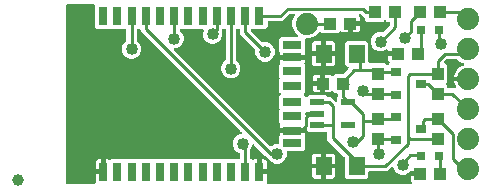
<source format=gbr>
G04 EAGLE Gerber RS-274X export*
G75*
%MOMM*%
%FSLAX34Y34*%
%LPD*%
%INTop Copper*%
%IPPOS*%
%AMOC8*
5,1,8,0,0,1.08239X$1,22.5*%
G01*
%ADD10R,1.100000X1.000000*%
%ADD11R,1.200000X0.550000*%
%ADD12R,0.900000X0.800000*%
%ADD13R,1.000000X1.100000*%
%ADD14R,1.400000X1.600000*%
%ADD15R,0.800000X0.800000*%
%ADD16C,1.879600*%
%ADD17R,0.800000X1.600000*%
%ADD18R,1.600000X0.800000*%
%ADD19C,1.000000*%
%ADD20C,0.254000*%
%ADD21C,1.016000*%

G36*
X90641Y4072D02*
X90641Y4072D01*
X90690Y4069D01*
X90781Y4091D01*
X90874Y4105D01*
X90919Y4124D01*
X90966Y4136D01*
X91048Y4182D01*
X91134Y4221D01*
X91171Y4252D01*
X91213Y4276D01*
X91279Y4344D01*
X91351Y4404D01*
X91378Y4445D01*
X91412Y4480D01*
X91456Y4563D01*
X91508Y4641D01*
X91523Y4688D01*
X91546Y4731D01*
X91566Y4822D01*
X91594Y4912D01*
X91595Y4961D01*
X91605Y5009D01*
X91598Y5083D01*
X91601Y5196D01*
X91579Y5280D01*
X91573Y5343D01*
X91449Y5805D01*
X91449Y12141D01*
X97006Y12141D01*
X97064Y12149D01*
X97122Y12147D01*
X97204Y12169D01*
X97287Y12181D01*
X97341Y12204D01*
X97397Y12219D01*
X97470Y12262D01*
X97547Y12297D01*
X97591Y12335D01*
X97642Y12364D01*
X97699Y12426D01*
X97764Y12480D01*
X97796Y12529D01*
X97836Y12572D01*
X97875Y12647D01*
X97921Y12717D01*
X97939Y12773D01*
X97966Y12825D01*
X97977Y12893D01*
X98007Y12988D01*
X98010Y13088D01*
X98021Y13156D01*
X98021Y14109D01*
X98974Y14109D01*
X99032Y14117D01*
X99090Y14116D01*
X99172Y14137D01*
X99256Y14149D01*
X99309Y14173D01*
X99365Y14187D01*
X99438Y14231D01*
X99515Y14265D01*
X99560Y14303D01*
X99610Y14333D01*
X99668Y14394D01*
X99732Y14449D01*
X99764Y14497D01*
X99804Y14540D01*
X99843Y14615D01*
X99890Y14685D01*
X99907Y14741D01*
X99934Y14793D01*
X99945Y14861D01*
X99975Y14956D01*
X99978Y15056D01*
X99989Y15124D01*
X99989Y24681D01*
X102324Y24681D01*
X102971Y24508D01*
X102978Y24504D01*
X103041Y24478D01*
X103100Y24444D01*
X103129Y24436D01*
X103150Y24425D01*
X103187Y24419D01*
X103241Y24397D01*
X103309Y24390D01*
X103375Y24373D01*
X103446Y24376D01*
X103481Y24370D01*
X103488Y24370D01*
X103497Y24371D01*
X103524Y24368D01*
X103591Y24380D01*
X103659Y24382D01*
X103723Y24403D01*
X103769Y24410D01*
X103780Y24414D01*
X103804Y24419D01*
X103865Y24449D01*
X103930Y24470D01*
X103974Y24501D01*
X104029Y24526D01*
X104040Y24536D01*
X104059Y24545D01*
X104143Y24622D01*
X104203Y24665D01*
X104727Y25189D01*
X115253Y25189D01*
X115272Y25169D01*
X115319Y25134D01*
X115359Y25092D01*
X115432Y25049D01*
X115499Y24999D01*
X115554Y24978D01*
X115604Y24948D01*
X115686Y24927D01*
X115765Y24897D01*
X115823Y24892D01*
X115880Y24878D01*
X115964Y24881D01*
X116048Y24874D01*
X116106Y24885D01*
X116164Y24887D01*
X116244Y24913D01*
X116327Y24930D01*
X116379Y24957D01*
X116435Y24975D01*
X116491Y25015D01*
X116579Y25061D01*
X116652Y25129D01*
X116708Y25169D01*
X116727Y25189D01*
X127253Y25189D01*
X127272Y25169D01*
X127319Y25134D01*
X127359Y25092D01*
X127432Y25049D01*
X127499Y24999D01*
X127554Y24978D01*
X127604Y24948D01*
X127686Y24927D01*
X127765Y24897D01*
X127823Y24892D01*
X127880Y24878D01*
X127964Y24881D01*
X128048Y24874D01*
X128106Y24885D01*
X128164Y24887D01*
X128244Y24913D01*
X128327Y24930D01*
X128379Y24957D01*
X128435Y24975D01*
X128491Y25015D01*
X128579Y25061D01*
X128652Y25129D01*
X128708Y25169D01*
X128727Y25189D01*
X139253Y25189D01*
X139272Y25169D01*
X139319Y25134D01*
X139359Y25092D01*
X139432Y25049D01*
X139499Y24999D01*
X139554Y24978D01*
X139604Y24948D01*
X139686Y24927D01*
X139765Y24897D01*
X139823Y24892D01*
X139880Y24878D01*
X139964Y24881D01*
X140048Y24874D01*
X140106Y24885D01*
X140164Y24887D01*
X140244Y24913D01*
X140327Y24930D01*
X140379Y24957D01*
X140435Y24975D01*
X140491Y25015D01*
X140579Y25061D01*
X140652Y25129D01*
X140708Y25169D01*
X140727Y25189D01*
X151253Y25189D01*
X151272Y25169D01*
X151319Y25134D01*
X151359Y25092D01*
X151432Y25049D01*
X151499Y24999D01*
X151554Y24978D01*
X151604Y24948D01*
X151686Y24927D01*
X151765Y24897D01*
X151823Y24892D01*
X151880Y24878D01*
X151964Y24881D01*
X152048Y24874D01*
X152106Y24885D01*
X152164Y24887D01*
X152244Y24913D01*
X152327Y24930D01*
X152379Y24957D01*
X152435Y24975D01*
X152491Y25015D01*
X152579Y25061D01*
X152652Y25129D01*
X152708Y25169D01*
X152727Y25189D01*
X163253Y25189D01*
X163272Y25169D01*
X163319Y25134D01*
X163359Y25092D01*
X163432Y25049D01*
X163499Y24999D01*
X163554Y24978D01*
X163604Y24948D01*
X163686Y24927D01*
X163765Y24897D01*
X163823Y24892D01*
X163880Y24878D01*
X163964Y24881D01*
X164048Y24874D01*
X164106Y24885D01*
X164164Y24887D01*
X164244Y24913D01*
X164327Y24930D01*
X164379Y24957D01*
X164435Y24975D01*
X164491Y25015D01*
X164579Y25061D01*
X164652Y25129D01*
X164708Y25169D01*
X164727Y25189D01*
X175253Y25189D01*
X175272Y25169D01*
X175319Y25134D01*
X175359Y25092D01*
X175432Y25049D01*
X175499Y24999D01*
X175554Y24978D01*
X175604Y24948D01*
X175686Y24927D01*
X175765Y24897D01*
X175823Y24892D01*
X175880Y24878D01*
X175964Y24881D01*
X176048Y24874D01*
X176106Y24885D01*
X176164Y24887D01*
X176244Y24913D01*
X176327Y24930D01*
X176379Y24957D01*
X176435Y24975D01*
X176491Y25015D01*
X176579Y25061D01*
X176652Y25129D01*
X176708Y25169D01*
X176727Y25189D01*
X187253Y25189D01*
X187272Y25169D01*
X187319Y25134D01*
X187359Y25092D01*
X187432Y25049D01*
X187499Y24999D01*
X187554Y24978D01*
X187604Y24948D01*
X187686Y24927D01*
X187765Y24897D01*
X187823Y24892D01*
X187880Y24878D01*
X187964Y24881D01*
X188048Y24874D01*
X188106Y24885D01*
X188164Y24887D01*
X188244Y24913D01*
X188327Y24930D01*
X188379Y24957D01*
X188435Y24975D01*
X188491Y25015D01*
X188579Y25061D01*
X188652Y25129D01*
X188708Y25169D01*
X188727Y25189D01*
X199253Y25189D01*
X199272Y25169D01*
X199319Y25134D01*
X199359Y25092D01*
X199432Y25049D01*
X199499Y24999D01*
X199554Y24978D01*
X199604Y24948D01*
X199686Y24927D01*
X199765Y24897D01*
X199823Y24892D01*
X199880Y24878D01*
X199964Y24881D01*
X200048Y24874D01*
X200106Y24885D01*
X200164Y24887D01*
X200244Y24913D01*
X200327Y24930D01*
X200379Y24957D01*
X200435Y24975D01*
X200491Y25015D01*
X200579Y25061D01*
X200652Y25129D01*
X200708Y25169D01*
X200727Y25189D01*
X211253Y25189D01*
X211272Y25169D01*
X211319Y25134D01*
X211359Y25092D01*
X211432Y25049D01*
X211499Y24999D01*
X211554Y24978D01*
X211604Y24948D01*
X211686Y24927D01*
X211765Y24897D01*
X211823Y24892D01*
X211880Y24878D01*
X211964Y24881D01*
X212048Y24874D01*
X212106Y24885D01*
X212164Y24887D01*
X212244Y24913D01*
X212327Y24930D01*
X212379Y24957D01*
X212435Y24975D01*
X212491Y25015D01*
X212579Y25061D01*
X212652Y25129D01*
X212708Y25169D01*
X212735Y25196D01*
X212772Y25195D01*
X212854Y25217D01*
X212938Y25229D01*
X212991Y25252D01*
X213047Y25267D01*
X213120Y25310D01*
X213197Y25345D01*
X213242Y25383D01*
X213292Y25412D01*
X213350Y25474D01*
X213414Y25528D01*
X213446Y25577D01*
X213486Y25620D01*
X213525Y25695D01*
X213572Y25765D01*
X213589Y25821D01*
X213616Y25873D01*
X213627Y25941D01*
X213657Y26036D01*
X213660Y26136D01*
X213671Y26204D01*
X213671Y29546D01*
X213671Y29548D01*
X213671Y29549D01*
X213651Y29689D01*
X213631Y29828D01*
X213631Y29829D01*
X213631Y29831D01*
X213574Y29957D01*
X213515Y30087D01*
X213514Y30088D01*
X213513Y30090D01*
X213423Y30197D01*
X213332Y30304D01*
X213330Y30305D01*
X213329Y30306D01*
X213316Y30315D01*
X213095Y30462D01*
X213066Y30471D01*
X213045Y30484D01*
X211295Y31209D01*
X209009Y33495D01*
X207771Y36483D01*
X207771Y39717D01*
X209009Y42705D01*
X211295Y44991D01*
X214302Y46237D01*
X214382Y46253D01*
X214494Y46269D01*
X214521Y46281D01*
X214550Y46286D01*
X214650Y46338D01*
X214754Y46385D01*
X214776Y46404D01*
X214802Y46417D01*
X214884Y46495D01*
X214971Y46568D01*
X214987Y46593D01*
X215008Y46613D01*
X215065Y46711D01*
X215128Y46805D01*
X215137Y46833D01*
X215152Y46858D01*
X215180Y46968D01*
X215214Y47076D01*
X215215Y47106D01*
X215222Y47134D01*
X215218Y47247D01*
X215221Y47360D01*
X215214Y47389D01*
X215213Y47418D01*
X215178Y47526D01*
X215149Y47635D01*
X215134Y47661D01*
X215125Y47689D01*
X215080Y47752D01*
X215004Y47880D01*
X214958Y47923D01*
X214931Y47962D01*
X129681Y133211D01*
X129681Y134076D01*
X129674Y134125D01*
X129675Y134133D01*
X129673Y134138D01*
X129675Y134192D01*
X129653Y134274D01*
X129641Y134358D01*
X129618Y134411D01*
X129603Y134467D01*
X129560Y134540D01*
X129525Y134617D01*
X129487Y134662D01*
X129458Y134712D01*
X129396Y134770D01*
X129342Y134834D01*
X129293Y134866D01*
X129250Y134906D01*
X129175Y134945D01*
X129105Y134992D01*
X129049Y135009D01*
X128997Y135036D01*
X128929Y135047D01*
X128834Y135077D01*
X128739Y135080D01*
X128708Y135111D01*
X128661Y135146D01*
X128621Y135188D01*
X128548Y135231D01*
X128481Y135281D01*
X128426Y135302D01*
X128376Y135332D01*
X128294Y135353D01*
X128215Y135383D01*
X128157Y135388D01*
X128100Y135402D01*
X128016Y135399D01*
X127932Y135406D01*
X127874Y135395D01*
X127816Y135393D01*
X127736Y135367D01*
X127653Y135350D01*
X127601Y135323D01*
X127545Y135305D01*
X127489Y135265D01*
X127401Y135219D01*
X127328Y135151D01*
X127272Y135111D01*
X127253Y135091D01*
X127196Y135083D01*
X127138Y135085D01*
X127056Y135063D01*
X126972Y135051D01*
X126919Y135028D01*
X126863Y135013D01*
X126790Y134970D01*
X126713Y134935D01*
X126668Y134897D01*
X126618Y134868D01*
X126560Y134806D01*
X126496Y134752D01*
X126464Y134703D01*
X126424Y134660D01*
X126385Y134585D01*
X126338Y134515D01*
X126321Y134459D01*
X126294Y134407D01*
X126283Y134339D01*
X126253Y134244D01*
X126250Y134144D01*
X126239Y134076D01*
X126239Y125708D01*
X126251Y125621D01*
X126254Y125534D01*
X126271Y125481D01*
X126279Y125426D01*
X126314Y125346D01*
X126341Y125263D01*
X126369Y125224D01*
X126395Y125167D01*
X126491Y125053D01*
X126536Y124990D01*
X128811Y122715D01*
X130049Y119727D01*
X130049Y116493D01*
X128811Y113505D01*
X126525Y111219D01*
X123537Y109981D01*
X120303Y109981D01*
X117315Y111219D01*
X115029Y113505D01*
X113791Y116493D01*
X113791Y119727D01*
X115029Y122715D01*
X117304Y124990D01*
X117356Y125059D01*
X117416Y125123D01*
X117442Y125173D01*
X117475Y125217D01*
X117506Y125299D01*
X117546Y125377D01*
X117554Y125424D01*
X117576Y125483D01*
X117588Y125630D01*
X117601Y125708D01*
X117601Y134076D01*
X117594Y134125D01*
X117595Y134133D01*
X117593Y134138D01*
X117595Y134192D01*
X117573Y134274D01*
X117561Y134358D01*
X117538Y134411D01*
X117523Y134467D01*
X117480Y134540D01*
X117445Y134617D01*
X117407Y134662D01*
X117378Y134712D01*
X117316Y134770D01*
X117262Y134834D01*
X117213Y134866D01*
X117170Y134906D01*
X117095Y134945D01*
X117025Y134992D01*
X116969Y135009D01*
X116917Y135036D01*
X116849Y135047D01*
X116754Y135077D01*
X116741Y135078D01*
X116708Y135111D01*
X116661Y135146D01*
X116621Y135188D01*
X116548Y135231D01*
X116481Y135281D01*
X116426Y135302D01*
X116376Y135332D01*
X116294Y135353D01*
X116215Y135383D01*
X116157Y135388D01*
X116100Y135402D01*
X116016Y135399D01*
X115932Y135406D01*
X115874Y135395D01*
X115816Y135393D01*
X115736Y135367D01*
X115653Y135350D01*
X115601Y135323D01*
X115545Y135305D01*
X115489Y135265D01*
X115401Y135219D01*
X115328Y135151D01*
X115272Y135111D01*
X115253Y135091D01*
X104727Y135091D01*
X104708Y135111D01*
X104661Y135146D01*
X104621Y135188D01*
X104548Y135231D01*
X104481Y135281D01*
X104426Y135302D01*
X104376Y135332D01*
X104294Y135353D01*
X104215Y135383D01*
X104157Y135388D01*
X104100Y135402D01*
X104016Y135399D01*
X103932Y135406D01*
X103874Y135395D01*
X103816Y135393D01*
X103736Y135367D01*
X103653Y135350D01*
X103601Y135323D01*
X103545Y135305D01*
X103489Y135265D01*
X103401Y135219D01*
X103328Y135151D01*
X103272Y135111D01*
X103253Y135091D01*
X92727Y135091D01*
X90941Y136877D01*
X90941Y154940D01*
X90933Y154998D01*
X90935Y155056D01*
X90913Y155138D01*
X90901Y155222D01*
X90878Y155275D01*
X90863Y155331D01*
X90820Y155404D01*
X90785Y155481D01*
X90747Y155526D01*
X90718Y155576D01*
X90656Y155634D01*
X90602Y155698D01*
X90553Y155730D01*
X90510Y155770D01*
X90435Y155809D01*
X90365Y155856D01*
X90309Y155873D01*
X90257Y155900D01*
X90189Y155911D01*
X90094Y155941D01*
X89994Y155944D01*
X89926Y155955D01*
X67310Y155955D01*
X67252Y155947D01*
X67194Y155949D01*
X67112Y155927D01*
X67029Y155915D01*
X66975Y155892D01*
X66919Y155877D01*
X66846Y155834D01*
X66769Y155799D01*
X66724Y155761D01*
X66674Y155732D01*
X66616Y155670D01*
X66552Y155616D01*
X66520Y155567D01*
X66480Y155524D01*
X66441Y155449D01*
X66395Y155379D01*
X66377Y155323D01*
X66350Y155271D01*
X66339Y155203D01*
X66309Y155108D01*
X66306Y155008D01*
X66295Y154940D01*
X66295Y5080D01*
X66303Y5022D01*
X66301Y4964D01*
X66323Y4882D01*
X66335Y4798D01*
X66359Y4745D01*
X66373Y4689D01*
X66416Y4616D01*
X66451Y4539D01*
X66489Y4494D01*
X66519Y4444D01*
X66580Y4386D01*
X66635Y4322D01*
X66683Y4290D01*
X66726Y4250D01*
X66801Y4211D01*
X66871Y4164D01*
X66927Y4147D01*
X66979Y4120D01*
X67047Y4109D01*
X67142Y4079D01*
X67242Y4076D01*
X67310Y4065D01*
X90593Y4065D01*
X90641Y4072D01*
G37*
G36*
X358270Y4069D02*
X358270Y4069D01*
X358299Y4066D01*
X358410Y4089D01*
X358523Y4105D01*
X358549Y4117D01*
X358578Y4122D01*
X358679Y4174D01*
X358782Y4221D01*
X358804Y4240D01*
X358830Y4253D01*
X358913Y4331D01*
X358999Y4404D01*
X359015Y4429D01*
X359037Y4449D01*
X359094Y4547D01*
X359157Y4641D01*
X359165Y4669D01*
X359180Y4694D01*
X359208Y4804D01*
X359242Y4912D01*
X359243Y4941D01*
X359250Y4970D01*
X359247Y5083D01*
X359250Y5196D01*
X359242Y5225D01*
X359241Y5254D01*
X359206Y5362D01*
X359178Y5471D01*
X359163Y5497D01*
X359154Y5525D01*
X359108Y5589D01*
X359033Y5716D01*
X358987Y5759D01*
X358959Y5798D01*
X358617Y6140D01*
X358282Y6719D01*
X358109Y7366D01*
X358109Y10669D01*
X365134Y10669D01*
X365192Y10677D01*
X365250Y10675D01*
X365332Y10697D01*
X365415Y10709D01*
X365469Y10733D01*
X365525Y10747D01*
X365598Y10790D01*
X365675Y10825D01*
X365719Y10863D01*
X365770Y10893D01*
X365827Y10954D01*
X365892Y11009D01*
X365924Y11057D01*
X365964Y11100D01*
X366003Y11175D01*
X366049Y11245D01*
X366067Y11301D01*
X366094Y11353D01*
X366105Y11421D01*
X366135Y11516D01*
X366138Y11616D01*
X366149Y11684D01*
X366149Y13716D01*
X366141Y13774D01*
X366142Y13832D01*
X366121Y13914D01*
X366109Y13997D01*
X366085Y14051D01*
X366071Y14107D01*
X366028Y14180D01*
X365993Y14257D01*
X365955Y14301D01*
X365925Y14352D01*
X365864Y14409D01*
X365809Y14474D01*
X365761Y14506D01*
X365718Y14546D01*
X365643Y14585D01*
X365573Y14631D01*
X365517Y14649D01*
X365465Y14676D01*
X365397Y14687D01*
X365302Y14717D01*
X365202Y14720D01*
X365134Y14731D01*
X358577Y14731D01*
X358491Y14719D01*
X358403Y14716D01*
X358351Y14699D01*
X358296Y14691D01*
X358216Y14656D01*
X358133Y14629D01*
X358094Y14601D01*
X358037Y14575D01*
X357923Y14479D01*
X357860Y14434D01*
X356205Y12779D01*
X353217Y11541D01*
X349983Y11541D01*
X346995Y12779D01*
X344709Y15065D01*
X343522Y17930D01*
X343464Y18029D01*
X343411Y18130D01*
X343392Y18150D01*
X343378Y18174D01*
X343295Y18253D01*
X343215Y18337D01*
X343191Y18351D01*
X343171Y18370D01*
X343069Y18422D01*
X342970Y18480D01*
X342943Y18487D01*
X342918Y18500D01*
X342806Y18522D01*
X342695Y18550D01*
X342667Y18549D01*
X342640Y18555D01*
X342525Y18545D01*
X342410Y18541D01*
X342384Y18533D01*
X342356Y18530D01*
X342249Y18489D01*
X342140Y18454D01*
X342120Y18439D01*
X342091Y18428D01*
X341879Y18268D01*
X341867Y18259D01*
X341166Y17558D01*
X338339Y14731D01*
X323514Y14731D01*
X323456Y14723D01*
X323398Y14725D01*
X323316Y14703D01*
X323232Y14691D01*
X323179Y14668D01*
X323123Y14653D01*
X323050Y14610D01*
X322973Y14575D01*
X322928Y14537D01*
X322878Y14508D01*
X322820Y14446D01*
X322756Y14392D01*
X322724Y14343D01*
X322684Y14300D01*
X322645Y14225D01*
X322598Y14155D01*
X322581Y14099D01*
X322554Y14047D01*
X322543Y13979D01*
X322513Y13884D01*
X322510Y13784D01*
X322499Y13716D01*
X322499Y9787D01*
X320713Y8001D01*
X304187Y8001D01*
X302401Y9787D01*
X302401Y26351D01*
X302389Y26437D01*
X302386Y26525D01*
X302369Y26577D01*
X302361Y26632D01*
X302326Y26712D01*
X302299Y26795D01*
X302271Y26834D01*
X302245Y26891D01*
X302149Y27005D01*
X302132Y27029D01*
X302128Y27036D01*
X302125Y27038D01*
X302104Y27068D01*
X287781Y41391D01*
X287781Y47186D01*
X287773Y47244D01*
X287775Y47302D01*
X287753Y47384D01*
X287741Y47468D01*
X287718Y47521D01*
X287703Y47577D01*
X287660Y47650D01*
X287625Y47727D01*
X287587Y47772D01*
X287558Y47822D01*
X287496Y47880D01*
X287442Y47944D01*
X287393Y47976D01*
X287350Y48016D01*
X287275Y48055D01*
X287205Y48102D01*
X287149Y48119D01*
X287097Y48146D01*
X287029Y48157D01*
X286934Y48187D01*
X286834Y48190D01*
X286766Y48201D01*
X271836Y48201D01*
X270050Y49987D01*
X270050Y50124D01*
X270042Y50182D01*
X270044Y50240D01*
X270022Y50322D01*
X270010Y50406D01*
X269987Y50459D01*
X269972Y50515D01*
X269929Y50588D01*
X269894Y50665D01*
X269856Y50710D01*
X269827Y50760D01*
X269765Y50818D01*
X269711Y50882D01*
X269662Y50914D01*
X269619Y50954D01*
X269544Y50993D01*
X269474Y51040D01*
X269418Y51057D01*
X269366Y51084D01*
X269298Y51095D01*
X269203Y51125D01*
X269103Y51128D01*
X269035Y51139D01*
X258974Y51139D01*
X258916Y51131D01*
X258858Y51133D01*
X258776Y51111D01*
X258693Y51099D01*
X258639Y51076D01*
X258583Y51061D01*
X258510Y51018D01*
X258433Y50983D01*
X258389Y50945D01*
X258338Y50916D01*
X258281Y50854D01*
X258216Y50800D01*
X258184Y50751D01*
X258144Y50708D01*
X258105Y50633D01*
X258059Y50563D01*
X258041Y50507D01*
X258014Y50455D01*
X258003Y50387D01*
X257990Y50345D01*
X257981Y50406D01*
X257957Y50459D01*
X257943Y50515D01*
X257899Y50588D01*
X257865Y50665D01*
X257827Y50710D01*
X257797Y50760D01*
X257736Y50818D01*
X257681Y50882D01*
X257633Y50914D01*
X257590Y50954D01*
X257515Y50993D01*
X257445Y51040D01*
X257389Y51057D01*
X257337Y51084D01*
X257269Y51095D01*
X257174Y51125D01*
X257074Y51128D01*
X257006Y51139D01*
X247449Y51139D01*
X247449Y53474D01*
X247622Y54121D01*
X247626Y54128D01*
X247652Y54191D01*
X247686Y54250D01*
X247705Y54322D01*
X247733Y54391D01*
X247740Y54459D01*
X247757Y54525D01*
X247754Y54600D01*
X247762Y54674D01*
X247750Y54741D01*
X247748Y54809D01*
X247725Y54880D01*
X247711Y54954D01*
X247681Y55015D01*
X247660Y55080D01*
X247624Y55131D01*
X247585Y55209D01*
X247508Y55293D01*
X247465Y55353D01*
X246941Y55877D01*
X246941Y66403D01*
X246961Y66422D01*
X246996Y66469D01*
X247038Y66509D01*
X247081Y66582D01*
X247131Y66649D01*
X247152Y66704D01*
X247182Y66754D01*
X247203Y66836D01*
X247233Y66915D01*
X247238Y66973D01*
X247252Y67030D01*
X247249Y67114D01*
X247256Y67198D01*
X247245Y67256D01*
X247243Y67314D01*
X247217Y67394D01*
X247200Y67477D01*
X247173Y67529D01*
X247155Y67585D01*
X247115Y67641D01*
X247069Y67729D01*
X247001Y67802D01*
X246961Y67858D01*
X246941Y67877D01*
X246941Y78403D01*
X247961Y79422D01*
X247996Y79469D01*
X248038Y79509D01*
X248081Y79582D01*
X248131Y79649D01*
X248152Y79704D01*
X248182Y79754D01*
X248203Y79836D01*
X248233Y79915D01*
X248238Y79973D01*
X248252Y80030D01*
X248249Y80114D01*
X248256Y80198D01*
X248245Y80256D01*
X248243Y80314D01*
X248217Y80394D01*
X248200Y80477D01*
X248173Y80529D01*
X248155Y80585D01*
X248115Y80641D01*
X248069Y80729D01*
X248001Y80802D01*
X247961Y80858D01*
X246941Y81877D01*
X246941Y92403D01*
X246961Y92422D01*
X246996Y92469D01*
X247038Y92509D01*
X247081Y92582D01*
X247131Y92649D01*
X247152Y92704D01*
X247182Y92754D01*
X247203Y92836D01*
X247233Y92915D01*
X247238Y92973D01*
X247252Y93030D01*
X247249Y93114D01*
X247256Y93198D01*
X247245Y93256D01*
X247243Y93314D01*
X247217Y93394D01*
X247200Y93477D01*
X247173Y93529D01*
X247155Y93585D01*
X247115Y93641D01*
X247069Y93729D01*
X247001Y93802D01*
X246961Y93858D01*
X246941Y93877D01*
X246941Y104403D01*
X247465Y104927D01*
X247506Y104981D01*
X247555Y105029D01*
X247591Y105094D01*
X247636Y105154D01*
X247660Y105218D01*
X247694Y105277D01*
X247711Y105350D01*
X247737Y105420D01*
X247743Y105488D01*
X247758Y105554D01*
X247755Y105628D01*
X247761Y105703D01*
X247747Y105770D01*
X247744Y105838D01*
X247722Y105897D01*
X247705Y105982D01*
X247652Y106083D01*
X247626Y106152D01*
X247622Y106159D01*
X247449Y106806D01*
X247449Y109141D01*
X257006Y109141D01*
X257064Y109149D01*
X257122Y109147D01*
X257204Y109169D01*
X257287Y109181D01*
X257341Y109204D01*
X257397Y109219D01*
X257470Y109262D01*
X257547Y109297D01*
X257591Y109335D01*
X257642Y109364D01*
X257699Y109426D01*
X257764Y109480D01*
X257796Y109529D01*
X257836Y109572D01*
X257875Y109647D01*
X257921Y109717D01*
X257939Y109773D01*
X257966Y109825D01*
X257977Y109893D01*
X257990Y109935D01*
X257999Y109874D01*
X258023Y109821D01*
X258037Y109765D01*
X258081Y109692D01*
X258115Y109615D01*
X258153Y109570D01*
X258183Y109520D01*
X258244Y109462D01*
X258299Y109398D01*
X258347Y109366D01*
X258390Y109326D01*
X258465Y109287D01*
X258535Y109240D01*
X258591Y109223D01*
X258643Y109196D01*
X258711Y109185D01*
X258806Y109155D01*
X258906Y109152D01*
X258974Y109141D01*
X268531Y109141D01*
X268531Y106806D01*
X268358Y106159D01*
X268354Y106152D01*
X268328Y106089D01*
X268294Y106030D01*
X268275Y105958D01*
X268247Y105889D01*
X268240Y105821D01*
X268223Y105755D01*
X268226Y105680D01*
X268218Y105606D01*
X268230Y105539D01*
X268232Y105471D01*
X268255Y105400D01*
X268269Y105326D01*
X268299Y105265D01*
X268320Y105200D01*
X268356Y105149D01*
X268395Y105071D01*
X268472Y104987D01*
X268515Y104927D01*
X269039Y104403D01*
X269039Y93877D01*
X269019Y93858D01*
X268984Y93811D01*
X268942Y93771D01*
X268899Y93698D01*
X268849Y93631D01*
X268828Y93576D01*
X268798Y93526D01*
X268777Y93444D01*
X268747Y93365D01*
X268742Y93307D01*
X268728Y93250D01*
X268731Y93166D01*
X268724Y93082D01*
X268735Y93024D01*
X268737Y92966D01*
X268763Y92886D01*
X268780Y92803D01*
X268807Y92751D01*
X268825Y92695D01*
X268865Y92639D01*
X268911Y92551D01*
X268979Y92478D01*
X269019Y92422D01*
X269039Y92403D01*
X269039Y81877D01*
X268019Y80858D01*
X267984Y80811D01*
X267942Y80771D01*
X267899Y80698D01*
X267849Y80631D01*
X267828Y80576D01*
X267798Y80526D01*
X267777Y80444D01*
X267747Y80365D01*
X267742Y80307D01*
X267728Y80250D01*
X267731Y80166D01*
X267724Y80082D01*
X267735Y80024D01*
X267737Y79966D01*
X267763Y79886D01*
X267780Y79803D01*
X267807Y79751D01*
X267825Y79695D01*
X267865Y79639D01*
X267911Y79551D01*
X267979Y79478D01*
X268019Y79422D01*
X269041Y78401D01*
X269040Y78394D01*
X269063Y78283D01*
X269079Y78171D01*
X269091Y78144D01*
X269096Y78115D01*
X269149Y78015D01*
X269195Y77911D01*
X269214Y77889D01*
X269227Y77863D01*
X269305Y77781D01*
X269378Y77694D01*
X269403Y77678D01*
X269423Y77657D01*
X269521Y77600D01*
X269615Y77537D01*
X269643Y77528D01*
X269668Y77513D01*
X269778Y77485D01*
X269886Y77451D01*
X269916Y77450D01*
X269944Y77443D01*
X270057Y77447D01*
X270170Y77444D01*
X270199Y77451D01*
X270228Y77452D01*
X270336Y77487D01*
X270445Y77516D01*
X270471Y77530D01*
X270499Y77540D01*
X270563Y77585D01*
X270690Y77661D01*
X270733Y77706D01*
X270772Y77734D01*
X271836Y78799D01*
X286362Y78799D01*
X287544Y77616D01*
X287614Y77564D01*
X287678Y77504D01*
X287728Y77478D01*
X287772Y77445D01*
X287853Y77414D01*
X287931Y77374D01*
X287979Y77366D01*
X288037Y77344D01*
X288185Y77332D01*
X288262Y77319D01*
X290739Y77319D01*
X293591Y74466D01*
X293592Y74466D01*
X294319Y73738D01*
X294343Y73721D01*
X294362Y73698D01*
X294456Y73636D01*
X294546Y73568D01*
X294574Y73557D01*
X294598Y73541D01*
X294706Y73507D01*
X294812Y73466D01*
X294841Y73464D01*
X294869Y73455D01*
X294983Y73452D01*
X295095Y73443D01*
X295124Y73449D01*
X295153Y73448D01*
X295263Y73476D01*
X295374Y73499D01*
X295400Y73512D01*
X295428Y73520D01*
X295526Y73577D01*
X295626Y73630D01*
X295648Y73650D01*
X295673Y73665D01*
X295750Y73747D01*
X295832Y73825D01*
X295847Y73851D01*
X295867Y73872D01*
X295919Y73973D01*
X295976Y74071D01*
X295983Y74099D01*
X295997Y74125D01*
X296010Y74203D01*
X296046Y74346D01*
X296044Y74409D01*
X296052Y74456D01*
X296052Y77031D01*
X296096Y77078D01*
X296122Y77128D01*
X296155Y77172D01*
X296186Y77253D01*
X296226Y77331D01*
X296234Y77379D01*
X296256Y77437D01*
X296268Y77585D01*
X296281Y77662D01*
X296281Y79836D01*
X296273Y79894D01*
X296275Y79952D01*
X296253Y80034D01*
X296241Y80118D01*
X296218Y80171D01*
X296203Y80227D01*
X296160Y80300D01*
X296125Y80377D01*
X296087Y80422D01*
X296058Y80472D01*
X295996Y80530D01*
X295942Y80594D01*
X295893Y80626D01*
X295850Y80666D01*
X295775Y80705D01*
X295705Y80752D01*
X295649Y80769D01*
X295597Y80796D01*
X295529Y80807D01*
X295434Y80837D01*
X295334Y80840D01*
X295266Y80851D01*
X293837Y80851D01*
X292459Y82230D01*
X292412Y82265D01*
X292372Y82307D01*
X292299Y82350D01*
X292232Y82401D01*
X292177Y82422D01*
X292126Y82451D01*
X292045Y82472D01*
X291966Y82502D01*
X291907Y82507D01*
X291851Y82521D01*
X291767Y82518D01*
X291683Y82525D01*
X291625Y82514D01*
X291567Y82512D01*
X291487Y82486D01*
X291404Y82470D01*
X291352Y82443D01*
X291296Y82425D01*
X291240Y82385D01*
X291151Y82339D01*
X291079Y82270D01*
X291023Y82230D01*
X290660Y81867D01*
X290081Y81532D01*
X289434Y81359D01*
X285631Y81359D01*
X285631Y87884D01*
X285623Y87942D01*
X285624Y88000D01*
X285603Y88082D01*
X285591Y88165D01*
X285567Y88219D01*
X285553Y88275D01*
X285510Y88348D01*
X285475Y88425D01*
X285437Y88469D01*
X285407Y88520D01*
X285346Y88577D01*
X285291Y88642D01*
X285243Y88674D01*
X285200Y88714D01*
X285125Y88753D01*
X285055Y88799D01*
X284999Y88817D01*
X284947Y88844D01*
X284879Y88855D01*
X284784Y88885D01*
X284684Y88888D01*
X284616Y88899D01*
X283599Y88899D01*
X283599Y88901D01*
X284616Y88901D01*
X284674Y88909D01*
X284732Y88908D01*
X284814Y88929D01*
X284897Y88941D01*
X284951Y88965D01*
X285007Y88979D01*
X285080Y89022D01*
X285157Y89057D01*
X285201Y89095D01*
X285252Y89125D01*
X285309Y89186D01*
X285374Y89241D01*
X285406Y89289D01*
X285446Y89332D01*
X285485Y89407D01*
X285531Y89477D01*
X285549Y89533D01*
X285576Y89585D01*
X285587Y89653D01*
X285617Y89748D01*
X285620Y89848D01*
X285631Y89916D01*
X285631Y96441D01*
X289434Y96441D01*
X290081Y96268D01*
X290660Y95933D01*
X291023Y95570D01*
X291070Y95535D01*
X291110Y95493D01*
X291183Y95450D01*
X291250Y95399D01*
X291305Y95378D01*
X291355Y95349D01*
X291437Y95328D01*
X291516Y95298D01*
X291574Y95293D01*
X291631Y95279D01*
X291715Y95282D01*
X291799Y95275D01*
X291856Y95286D01*
X291915Y95288D01*
X291995Y95314D01*
X292078Y95330D01*
X292130Y95357D01*
X292185Y95375D01*
X292242Y95416D01*
X292330Y95461D01*
X292402Y95530D01*
X292459Y95570D01*
X293837Y96949D01*
X300421Y96949D01*
X300507Y96961D01*
X300595Y96964D01*
X300647Y96981D01*
X300702Y96989D01*
X300782Y97024D01*
X300865Y97051D01*
X300904Y97079D01*
X300961Y97105D01*
X301075Y97201D01*
X301138Y97246D01*
X305411Y101518D01*
X305428Y101542D01*
X305451Y101561D01*
X305513Y101655D01*
X305581Y101745D01*
X305592Y101773D01*
X305608Y101797D01*
X305642Y101905D01*
X305683Y102011D01*
X305685Y102040D01*
X305694Y102068D01*
X305697Y102182D01*
X305706Y102294D01*
X305700Y102323D01*
X305701Y102352D01*
X305673Y102462D01*
X305650Y102573D01*
X305637Y102599D01*
X305629Y102627D01*
X305572Y102725D01*
X305519Y102825D01*
X305499Y102847D01*
X305484Y102872D01*
X305402Y102949D01*
X305324Y103031D01*
X305298Y103046D01*
X305277Y103066D01*
X305176Y103118D01*
X305078Y103175D01*
X305050Y103182D01*
X305024Y103196D01*
X304946Y103209D01*
X304803Y103245D01*
X304740Y103243D01*
X304693Y103251D01*
X304187Y103251D01*
X302401Y105037D01*
X302401Y123563D01*
X304187Y125349D01*
X320713Y125349D01*
X322499Y123563D01*
X322499Y106961D01*
X322503Y106929D01*
X322501Y106897D01*
X322508Y106860D01*
X322508Y106848D01*
X322522Y106794D01*
X322523Y106789D01*
X322539Y106680D01*
X322552Y106650D01*
X322558Y106619D01*
X322577Y106583D01*
X322580Y106573D01*
X322603Y106533D01*
X322610Y106521D01*
X322655Y106420D01*
X322676Y106396D01*
X322691Y106367D01*
X322720Y106337D01*
X322725Y106328D01*
X322756Y106299D01*
X322767Y106288D01*
X322838Y106203D01*
X322865Y106185D01*
X322888Y106162D01*
X322925Y106141D01*
X322932Y106134D01*
X322973Y106113D01*
X322983Y106107D01*
X323075Y106046D01*
X323106Y106036D01*
X323134Y106020D01*
X323175Y106010D01*
X323186Y106004D01*
X323221Y105998D01*
X323241Y105993D01*
X323346Y105960D01*
X323379Y105959D01*
X323410Y105951D01*
X323484Y105954D01*
X323517Y105949D01*
X336463Y105949D01*
X337682Y104729D01*
X337729Y104694D01*
X337769Y104652D01*
X337842Y104609D01*
X337909Y104559D01*
X337964Y104538D01*
X338014Y104508D01*
X338096Y104487D01*
X338175Y104457D01*
X338233Y104452D01*
X338290Y104438D01*
X338374Y104441D01*
X338458Y104434D01*
X338516Y104445D01*
X338574Y104447D01*
X338654Y104473D01*
X338737Y104490D01*
X338789Y104517D01*
X338845Y104535D01*
X338901Y104575D01*
X338989Y104621D01*
X339062Y104689D01*
X339118Y104729D01*
X340130Y105741D01*
X340165Y105788D01*
X340207Y105828D01*
X340250Y105901D01*
X340301Y105969D01*
X340321Y106023D01*
X340351Y106074D01*
X340372Y106155D01*
X340402Y106234D01*
X340407Y106293D01*
X340421Y106349D01*
X340418Y106433D01*
X340425Y106517D01*
X340414Y106575D01*
X340412Y106633D01*
X340386Y106713D01*
X340370Y106796D01*
X340343Y106848D01*
X340325Y106904D01*
X340285Y106960D01*
X340239Y107049D01*
X340170Y107121D01*
X340130Y107177D01*
X339567Y107740D01*
X339232Y108319D01*
X339059Y108966D01*
X339059Y112269D01*
X346084Y112269D01*
X346142Y112277D01*
X346200Y112275D01*
X346282Y112297D01*
X346365Y112309D01*
X346419Y112333D01*
X346475Y112347D01*
X346548Y112390D01*
X346625Y112425D01*
X346669Y112463D01*
X346720Y112493D01*
X346777Y112554D01*
X346842Y112609D01*
X346874Y112657D01*
X346914Y112700D01*
X346953Y112775D01*
X346999Y112845D01*
X347017Y112901D01*
X347044Y112953D01*
X347055Y113021D01*
X347085Y113116D01*
X347088Y113216D01*
X347099Y113284D01*
X347099Y115316D01*
X347091Y115374D01*
X347092Y115432D01*
X347071Y115514D01*
X347059Y115597D01*
X347035Y115651D01*
X347021Y115707D01*
X346978Y115780D01*
X346943Y115857D01*
X346905Y115901D01*
X346875Y115952D01*
X346814Y116009D01*
X346759Y116074D01*
X346711Y116106D01*
X346668Y116146D01*
X346593Y116185D01*
X346523Y116231D01*
X346467Y116249D01*
X346415Y116276D01*
X346347Y116287D01*
X346252Y116317D01*
X346152Y116320D01*
X346084Y116331D01*
X339059Y116331D01*
X339059Y116832D01*
X339055Y116862D01*
X339058Y116891D01*
X339035Y117002D01*
X339019Y117114D01*
X339007Y117141D01*
X339002Y117170D01*
X338949Y117270D01*
X338903Y117373D01*
X338884Y117396D01*
X338871Y117422D01*
X338793Y117504D01*
X338720Y117590D01*
X338695Y117607D01*
X338675Y117628D01*
X338577Y117685D01*
X338483Y117748D01*
X338455Y117757D01*
X338430Y117772D01*
X338320Y117800D01*
X338212Y117834D01*
X338182Y117835D01*
X338154Y117842D01*
X338041Y117838D01*
X337928Y117841D01*
X337899Y117834D01*
X337870Y117833D01*
X337762Y117798D01*
X337653Y117769D01*
X337627Y117754D01*
X337599Y117745D01*
X337535Y117700D01*
X337408Y117624D01*
X337365Y117578D01*
X337362Y117576D01*
X334357Y116331D01*
X331123Y116331D01*
X328135Y117569D01*
X325849Y119855D01*
X324611Y122843D01*
X324611Y126077D01*
X325849Y129065D01*
X328135Y131351D01*
X331123Y132589D01*
X334341Y132589D01*
X334427Y132601D01*
X334515Y132604D01*
X334567Y132621D01*
X334622Y132629D01*
X334702Y132664D01*
X334785Y132691D01*
X334824Y132719D01*
X334882Y132745D01*
X334995Y132841D01*
X335058Y132886D01*
X340434Y138262D01*
X340486Y138331D01*
X340546Y138395D01*
X340572Y138445D01*
X340605Y138489D01*
X340636Y138570D01*
X340676Y138648D01*
X340684Y138696D01*
X340706Y138754D01*
X340718Y138902D01*
X340731Y138979D01*
X340731Y140161D01*
X340724Y140211D01*
X340725Y140225D01*
X340723Y140229D01*
X340725Y140277D01*
X340703Y140359D01*
X340691Y140443D01*
X340668Y140496D01*
X340653Y140552D01*
X340610Y140625D01*
X340575Y140702D01*
X340537Y140747D01*
X340508Y140797D01*
X340446Y140855D01*
X340392Y140919D01*
X340343Y140951D01*
X340300Y140991D01*
X340225Y141030D01*
X340155Y141077D01*
X340099Y141094D01*
X340047Y141121D01*
X339979Y141132D01*
X339884Y141162D01*
X339784Y141165D01*
X339716Y141176D01*
X338287Y141176D01*
X337268Y142196D01*
X337221Y142231D01*
X337181Y142273D01*
X337108Y142316D01*
X337041Y142366D01*
X336986Y142387D01*
X336936Y142417D01*
X336854Y142438D01*
X336775Y142468D01*
X336717Y142473D01*
X336660Y142487D01*
X336576Y142484D01*
X336492Y142491D01*
X336434Y142480D01*
X336376Y142478D01*
X336296Y142452D01*
X336213Y142435D01*
X336161Y142408D01*
X336105Y142390D01*
X336049Y142350D01*
X335961Y142304D01*
X335888Y142236D01*
X335832Y142196D01*
X334813Y141176D01*
X321287Y141176D01*
X319501Y142962D01*
X319501Y143891D01*
X319493Y143949D01*
X319495Y144007D01*
X319473Y144089D01*
X319461Y144173D01*
X319438Y144226D01*
X319423Y144282D01*
X319380Y144355D01*
X319345Y144432D01*
X319307Y144477D01*
X319278Y144527D01*
X319216Y144585D01*
X319162Y144649D01*
X319113Y144681D01*
X319083Y144709D01*
X316008Y147784D01*
X315939Y147836D01*
X315875Y147896D01*
X315825Y147922D01*
X315781Y147955D01*
X315700Y147986D01*
X315622Y148026D01*
X315574Y148034D01*
X315516Y148056D01*
X315368Y148068D01*
X315291Y148081D01*
X315113Y148081D01*
X315084Y148077D01*
X315055Y148080D01*
X314944Y148057D01*
X314831Y148041D01*
X314805Y148029D01*
X314776Y148024D01*
X314675Y147971D01*
X314572Y147925D01*
X314550Y147906D01*
X314523Y147893D01*
X314441Y147815D01*
X314355Y147742D01*
X314339Y147717D01*
X314317Y147697D01*
X314260Y147599D01*
X314197Y147505D01*
X314188Y147477D01*
X314174Y147452D01*
X314146Y147342D01*
X314112Y147234D01*
X314111Y147205D01*
X314104Y147176D01*
X314107Y147063D01*
X314104Y146950D01*
X314112Y146921D01*
X314113Y146892D01*
X314148Y146784D01*
X314176Y146675D01*
X314191Y146649D01*
X314200Y146621D01*
X314246Y146557D01*
X314321Y146430D01*
X314367Y146387D01*
X314395Y146348D01*
X314483Y146260D01*
X314818Y145681D01*
X314991Y145034D01*
X314991Y141731D01*
X307966Y141731D01*
X307908Y141723D01*
X307850Y141724D01*
X307768Y141703D01*
X307685Y141691D01*
X307631Y141667D01*
X307575Y141653D01*
X307502Y141610D01*
X307425Y141575D01*
X307381Y141537D01*
X307330Y141507D01*
X307273Y141446D01*
X307208Y141391D01*
X307176Y141343D01*
X307136Y141300D01*
X307097Y141225D01*
X307051Y141155D01*
X307033Y141099D01*
X307006Y141047D01*
X306995Y140979D01*
X306965Y140884D01*
X306962Y140784D01*
X306951Y140716D01*
X306951Y139699D01*
X305934Y139699D01*
X305876Y139691D01*
X305818Y139692D01*
X305736Y139671D01*
X305653Y139659D01*
X305599Y139635D01*
X305543Y139621D01*
X305470Y139578D01*
X305393Y139543D01*
X305348Y139505D01*
X305298Y139475D01*
X305240Y139414D01*
X305176Y139359D01*
X305144Y139311D01*
X305104Y139268D01*
X305065Y139193D01*
X305019Y139123D01*
X305001Y139067D01*
X304974Y139015D01*
X304963Y138947D01*
X304933Y138852D01*
X304930Y138752D01*
X304919Y138684D01*
X304919Y132159D01*
X301116Y132159D01*
X300469Y132332D01*
X299890Y132667D01*
X299527Y133030D01*
X299480Y133065D01*
X299440Y133107D01*
X299367Y133150D01*
X299300Y133201D01*
X299245Y133222D01*
X299195Y133251D01*
X299113Y133272D01*
X299034Y133302D01*
X298976Y133307D01*
X298919Y133321D01*
X298835Y133318D01*
X298751Y133325D01*
X298694Y133314D01*
X298635Y133312D01*
X298555Y133286D01*
X298472Y133270D01*
X298420Y133243D01*
X298365Y133225D01*
X298308Y133185D01*
X298220Y133139D01*
X298148Y133070D01*
X298091Y133030D01*
X296713Y131651D01*
X283187Y131651D01*
X282343Y132495D01*
X282297Y132530D01*
X282256Y132573D01*
X282184Y132615D01*
X282116Y132666D01*
X282061Y132687D01*
X282011Y132716D01*
X281929Y132737D01*
X281850Y132767D01*
X281792Y132772D01*
X281735Y132787D01*
X281651Y132784D01*
X281567Y132791D01*
X281510Y132779D01*
X281451Y132778D01*
X281371Y132752D01*
X281288Y132735D01*
X281236Y132708D01*
X281181Y132690D01*
X281125Y132650D01*
X281036Y132604D01*
X280964Y132535D01*
X280907Y132495D01*
X277561Y129148D01*
X272986Y127253D01*
X270054Y127253D01*
X269996Y127245D01*
X269938Y127247D01*
X269856Y127225D01*
X269772Y127213D01*
X269719Y127190D01*
X269663Y127175D01*
X269590Y127132D01*
X269513Y127097D01*
X269468Y127059D01*
X269418Y127030D01*
X269360Y126968D01*
X269296Y126914D01*
X269264Y126865D01*
X269224Y126822D01*
X269185Y126747D01*
X269138Y126677D01*
X269121Y126621D01*
X269094Y126569D01*
X269083Y126501D01*
X269053Y126406D01*
X269050Y126306D01*
X269039Y126238D01*
X269039Y116099D01*
X268828Y115889D01*
X268776Y115819D01*
X268716Y115755D01*
X268690Y115706D01*
X268657Y115661D01*
X268626Y115580D01*
X268586Y115502D01*
X268578Y115454D01*
X268556Y115396D01*
X268544Y115248D01*
X268531Y115171D01*
X268531Y113139D01*
X258974Y113139D01*
X258916Y113131D01*
X258858Y113133D01*
X258776Y113111D01*
X258693Y113099D01*
X258639Y113076D01*
X258583Y113061D01*
X258510Y113018D01*
X258433Y112983D01*
X258389Y112945D01*
X258338Y112916D01*
X258281Y112854D01*
X258216Y112800D01*
X258184Y112751D01*
X258144Y112708D01*
X258105Y112633D01*
X258059Y112563D01*
X258041Y112507D01*
X258014Y112455D01*
X258003Y112387D01*
X257990Y112345D01*
X257981Y112406D01*
X257957Y112459D01*
X257943Y112515D01*
X257899Y112588D01*
X257865Y112665D01*
X257827Y112710D01*
X257797Y112760D01*
X257736Y112818D01*
X257681Y112882D01*
X257633Y112914D01*
X257590Y112954D01*
X257515Y112993D01*
X257445Y113040D01*
X257389Y113057D01*
X257337Y113084D01*
X257269Y113095D01*
X257174Y113125D01*
X257074Y113128D01*
X257006Y113139D01*
X247449Y113139D01*
X247449Y115171D01*
X247437Y115257D01*
X247434Y115345D01*
X247417Y115397D01*
X247409Y115452D01*
X247374Y115532D01*
X247347Y115615D01*
X247319Y115655D01*
X247293Y115712D01*
X247197Y115825D01*
X247152Y115889D01*
X246941Y116099D01*
X246941Y126625D01*
X248727Y128411D01*
X261746Y128411D01*
X261775Y128415D01*
X261804Y128412D01*
X261915Y128435D01*
X262027Y128451D01*
X262054Y128463D01*
X262083Y128468D01*
X262184Y128521D01*
X262287Y128567D01*
X262309Y128586D01*
X262335Y128599D01*
X262417Y128677D01*
X262504Y128750D01*
X262520Y128775D01*
X262541Y128795D01*
X262599Y128893D01*
X262661Y128987D01*
X262670Y129015D01*
X262685Y129040D01*
X262713Y129150D01*
X262747Y129258D01*
X262748Y129288D01*
X262755Y129316D01*
X262752Y129429D01*
X262754Y129542D01*
X262747Y129571D01*
X262746Y129600D01*
X262711Y129708D01*
X262683Y129817D01*
X262668Y129843D01*
X262659Y129871D01*
X262613Y129934D01*
X262537Y130062D01*
X262492Y130105D01*
X262464Y130144D01*
X259958Y132649D01*
X258063Y137224D01*
X258063Y142176D01*
X259928Y146677D01*
X259957Y146789D01*
X259991Y146898D01*
X259992Y146926D01*
X259999Y146953D01*
X259996Y147067D01*
X259999Y147182D01*
X259992Y147209D01*
X259991Y147237D01*
X259956Y147346D01*
X259927Y147457D01*
X259913Y147481D01*
X259904Y147508D01*
X259840Y147603D01*
X259781Y147702D01*
X259761Y147721D01*
X259746Y147744D01*
X259658Y147818D01*
X259574Y147896D01*
X259549Y147909D01*
X259528Y147927D01*
X259423Y147973D01*
X259321Y148026D01*
X259296Y148030D01*
X259268Y148042D01*
X259005Y148079D01*
X258990Y148081D01*
X256209Y148081D01*
X256123Y148069D01*
X256035Y148066D01*
X255983Y148049D01*
X255928Y148041D01*
X255848Y148006D01*
X255765Y147979D01*
X255726Y147951D01*
X255669Y147925D01*
X255555Y147829D01*
X255492Y147784D01*
X249529Y141821D01*
X238054Y141821D01*
X237996Y141813D01*
X237938Y141815D01*
X237856Y141793D01*
X237772Y141781D01*
X237719Y141758D01*
X237663Y141743D01*
X237590Y141700D01*
X237513Y141665D01*
X237468Y141627D01*
X237418Y141598D01*
X237360Y141536D01*
X237296Y141482D01*
X237264Y141433D01*
X237224Y141390D01*
X237185Y141315D01*
X237138Y141245D01*
X237121Y141189D01*
X237094Y141137D01*
X237083Y141069D01*
X237053Y140974D01*
X237050Y140874D01*
X237039Y140806D01*
X237039Y136877D01*
X235253Y135091D01*
X224727Y135091D01*
X224708Y135111D01*
X224661Y135146D01*
X224621Y135188D01*
X224548Y135231D01*
X224481Y135281D01*
X224426Y135302D01*
X224376Y135332D01*
X224294Y135353D01*
X224215Y135383D01*
X224157Y135387D01*
X224100Y135402D01*
X224016Y135399D01*
X223932Y135406D01*
X223874Y135395D01*
X223816Y135393D01*
X223736Y135367D01*
X223653Y135350D01*
X223601Y135323D01*
X223546Y135305D01*
X223489Y135265D01*
X223401Y135219D01*
X223328Y135151D01*
X223272Y135111D01*
X223113Y134951D01*
X223077Y134904D01*
X223035Y134864D01*
X222992Y134791D01*
X222942Y134724D01*
X222921Y134669D01*
X222891Y134619D01*
X222870Y134537D01*
X222840Y134458D01*
X222836Y134400D01*
X222821Y134343D01*
X222824Y134259D01*
X222817Y134175D01*
X222828Y134117D01*
X222830Y134059D01*
X222856Y133979D01*
X222873Y133896D01*
X222900Y133844D01*
X222918Y133789D01*
X222958Y133732D01*
X223004Y133644D01*
X223072Y133571D01*
X223112Y133515D01*
X232632Y123996D01*
X232701Y123944D01*
X232765Y123884D01*
X232815Y123858D01*
X232859Y123825D01*
X232940Y123794D01*
X233018Y123754D01*
X233066Y123746D01*
X233124Y123724D01*
X233272Y123712D01*
X233349Y123699D01*
X236567Y123699D01*
X239555Y122461D01*
X241841Y120175D01*
X243079Y117187D01*
X243079Y113953D01*
X241841Y110965D01*
X239555Y108679D01*
X236567Y107441D01*
X233333Y107441D01*
X230345Y108679D01*
X228059Y110965D01*
X226821Y113953D01*
X226821Y117171D01*
X226809Y117257D01*
X226806Y117345D01*
X226789Y117397D01*
X226781Y117452D01*
X226746Y117532D01*
X226719Y117615D01*
X226691Y117654D01*
X226665Y117711D01*
X226569Y117825D01*
X226524Y117888D01*
X213671Y130741D01*
X213671Y134076D01*
X213664Y134125D01*
X213665Y134133D01*
X213663Y134138D01*
X213665Y134192D01*
X213643Y134274D01*
X213631Y134358D01*
X213608Y134411D01*
X213593Y134467D01*
X213550Y134540D01*
X213515Y134617D01*
X213477Y134662D01*
X213448Y134712D01*
X213386Y134770D01*
X213332Y134834D01*
X213283Y134866D01*
X213240Y134906D01*
X213165Y134945D01*
X213095Y134992D01*
X213039Y135009D01*
X212987Y135036D01*
X212919Y135047D01*
X212824Y135077D01*
X212739Y135079D01*
X212708Y135111D01*
X212661Y135146D01*
X212621Y135188D01*
X212548Y135231D01*
X212481Y135281D01*
X212426Y135302D01*
X212376Y135332D01*
X212294Y135353D01*
X212215Y135383D01*
X212157Y135388D01*
X212100Y135402D01*
X212016Y135399D01*
X211932Y135406D01*
X211874Y135395D01*
X211816Y135393D01*
X211736Y135367D01*
X211653Y135350D01*
X211601Y135323D01*
X211545Y135305D01*
X211489Y135265D01*
X211401Y135219D01*
X211328Y135151D01*
X211272Y135111D01*
X211245Y135084D01*
X211208Y135085D01*
X211126Y135063D01*
X211042Y135051D01*
X210989Y135028D01*
X210933Y135013D01*
X210860Y134970D01*
X210783Y134935D01*
X210738Y134897D01*
X210688Y134868D01*
X210630Y134806D01*
X210566Y134752D01*
X210534Y134703D01*
X210494Y134660D01*
X210455Y134585D01*
X210408Y134515D01*
X210391Y134459D01*
X210364Y134407D01*
X210353Y134339D01*
X210323Y134244D01*
X210320Y134144D01*
X210309Y134076D01*
X210309Y109198D01*
X210321Y109111D01*
X210324Y109024D01*
X210341Y108971D01*
X210349Y108916D01*
X210384Y108836D01*
X210411Y108753D01*
X210439Y108714D01*
X210465Y108657D01*
X210561Y108543D01*
X210606Y108480D01*
X212881Y106205D01*
X214119Y103217D01*
X214119Y99983D01*
X212881Y96995D01*
X210595Y94709D01*
X207607Y93471D01*
X204373Y93471D01*
X201385Y94709D01*
X199099Y96995D01*
X197861Y99983D01*
X197861Y103217D01*
X199099Y106205D01*
X201374Y108480D01*
X201426Y108549D01*
X201486Y108613D01*
X201512Y108663D01*
X201545Y108707D01*
X201576Y108789D01*
X201616Y108867D01*
X201624Y108914D01*
X201646Y108973D01*
X201658Y109120D01*
X201671Y109198D01*
X201671Y134076D01*
X201664Y134125D01*
X201665Y134133D01*
X201663Y134138D01*
X201665Y134192D01*
X201643Y134274D01*
X201631Y134358D01*
X201608Y134411D01*
X201593Y134467D01*
X201550Y134540D01*
X201515Y134617D01*
X201477Y134662D01*
X201448Y134712D01*
X201386Y134770D01*
X201332Y134834D01*
X201283Y134866D01*
X201240Y134906D01*
X201165Y134945D01*
X201095Y134992D01*
X201039Y135009D01*
X200987Y135036D01*
X200919Y135047D01*
X200824Y135077D01*
X200739Y135079D01*
X200708Y135111D01*
X200661Y135146D01*
X200621Y135188D01*
X200548Y135231D01*
X200481Y135281D01*
X200426Y135302D01*
X200376Y135332D01*
X200294Y135353D01*
X200215Y135383D01*
X200157Y135388D01*
X200100Y135402D01*
X200016Y135399D01*
X199932Y135406D01*
X199874Y135395D01*
X199816Y135393D01*
X199736Y135367D01*
X199653Y135350D01*
X199601Y135323D01*
X199545Y135305D01*
X199489Y135265D01*
X199401Y135219D01*
X199328Y135151D01*
X199272Y135111D01*
X199245Y135084D01*
X199208Y135085D01*
X199126Y135063D01*
X199042Y135051D01*
X198989Y135028D01*
X198933Y135013D01*
X198860Y134970D01*
X198783Y134935D01*
X198738Y134897D01*
X198688Y134868D01*
X198630Y134806D01*
X198566Y134752D01*
X198534Y134703D01*
X198494Y134660D01*
X198455Y134585D01*
X198408Y134515D01*
X198391Y134459D01*
X198364Y134407D01*
X198353Y134339D01*
X198323Y134244D01*
X198320Y134144D01*
X198309Y134076D01*
X198309Y133401D01*
X198313Y133371D01*
X198311Y133340D01*
X198328Y133263D01*
X198349Y133120D01*
X198375Y133061D01*
X198386Y133013D01*
X198629Y132427D01*
X198629Y129193D01*
X197391Y126205D01*
X195105Y123919D01*
X192117Y122681D01*
X188883Y122681D01*
X185895Y123919D01*
X183609Y126205D01*
X182371Y129193D01*
X182371Y132427D01*
X182893Y133687D01*
X182922Y133799D01*
X182957Y133908D01*
X182957Y133936D01*
X182964Y133963D01*
X182961Y134077D01*
X182964Y134192D01*
X182957Y134219D01*
X182956Y134247D01*
X182921Y134356D01*
X182892Y134467D01*
X182878Y134491D01*
X182870Y134518D01*
X182806Y134613D01*
X182747Y134712D01*
X182727Y134731D01*
X182711Y134754D01*
X182623Y134828D01*
X182540Y134906D01*
X182515Y134919D01*
X182494Y134937D01*
X182389Y134983D01*
X182287Y135036D01*
X182262Y135040D01*
X182234Y135052D01*
X181970Y135089D01*
X181955Y135091D01*
X176727Y135091D01*
X176708Y135111D01*
X176661Y135146D01*
X176621Y135188D01*
X176548Y135231D01*
X176481Y135281D01*
X176426Y135302D01*
X176376Y135332D01*
X176294Y135353D01*
X176215Y135383D01*
X176157Y135388D01*
X176100Y135402D01*
X176016Y135399D01*
X175932Y135406D01*
X175874Y135395D01*
X175816Y135393D01*
X175736Y135367D01*
X175653Y135350D01*
X175601Y135323D01*
X175545Y135305D01*
X175489Y135265D01*
X175401Y135219D01*
X175328Y135151D01*
X175272Y135111D01*
X175253Y135091D01*
X164727Y135091D01*
X164708Y135111D01*
X164661Y135146D01*
X164621Y135188D01*
X164548Y135231D01*
X164481Y135281D01*
X164426Y135302D01*
X164376Y135332D01*
X164294Y135353D01*
X164215Y135383D01*
X164157Y135387D01*
X164100Y135402D01*
X164016Y135399D01*
X163932Y135406D01*
X163874Y135395D01*
X163816Y135393D01*
X163736Y135367D01*
X163653Y135350D01*
X163601Y135323D01*
X163546Y135305D01*
X163489Y135265D01*
X163401Y135219D01*
X163328Y135151D01*
X163272Y135111D01*
X163042Y134880D01*
X163006Y134833D01*
X162964Y134793D01*
X162921Y134720D01*
X162871Y134653D01*
X162850Y134598D01*
X162820Y134548D01*
X162799Y134466D01*
X162769Y134387D01*
X162765Y134329D01*
X162750Y134272D01*
X162753Y134188D01*
X162746Y134104D01*
X162757Y134046D01*
X162759Y133988D01*
X162785Y133908D01*
X162802Y133825D01*
X162829Y133773D01*
X162847Y133718D01*
X162887Y133661D01*
X162933Y133573D01*
X163001Y133500D01*
X163042Y133444D01*
X164881Y131605D01*
X166119Y128617D01*
X166119Y125383D01*
X164881Y122395D01*
X162595Y120109D01*
X159607Y118871D01*
X158687Y118871D01*
X158658Y118867D01*
X158629Y118870D01*
X158518Y118847D01*
X158406Y118831D01*
X158379Y118819D01*
X158350Y118814D01*
X158250Y118762D01*
X158146Y118715D01*
X158124Y118696D01*
X158098Y118683D01*
X158016Y118605D01*
X157929Y118532D01*
X157913Y118507D01*
X157892Y118487D01*
X157835Y118389D01*
X157772Y118295D01*
X157763Y118267D01*
X157748Y118242D01*
X157720Y118132D01*
X157686Y118024D01*
X157685Y117994D01*
X157678Y117966D01*
X157682Y117853D01*
X157679Y117740D01*
X157686Y117711D01*
X157687Y117682D01*
X157722Y117574D01*
X157751Y117465D01*
X157766Y117439D01*
X157775Y117411D01*
X157820Y117348D01*
X157896Y117220D01*
X157942Y117177D01*
X157969Y117138D01*
X239038Y36070D01*
X239085Y36034D01*
X239125Y35992D01*
X239198Y35949D01*
X239265Y35899D01*
X239320Y35878D01*
X239370Y35848D01*
X239452Y35827D01*
X239531Y35797D01*
X239589Y35793D01*
X239646Y35778D01*
X239730Y35781D01*
X239814Y35774D01*
X239871Y35785D01*
X239930Y35787D01*
X240010Y35813D01*
X240093Y35830D01*
X240145Y35857D01*
X240201Y35875D01*
X240257Y35915D01*
X240345Y35961D01*
X240418Y36030D01*
X240474Y36070D01*
X240505Y36101D01*
X243493Y37339D01*
X245926Y37339D01*
X245984Y37347D01*
X246042Y37345D01*
X246124Y37367D01*
X246208Y37379D01*
X246261Y37402D01*
X246317Y37417D01*
X246390Y37460D01*
X246467Y37495D01*
X246512Y37533D01*
X246562Y37562D01*
X246620Y37624D01*
X246684Y37678D01*
X246716Y37727D01*
X246756Y37770D01*
X246795Y37845D01*
X246842Y37915D01*
X246859Y37971D01*
X246886Y38023D01*
X246897Y38091D01*
X246927Y38186D01*
X246930Y38286D01*
X246941Y38354D01*
X246941Y44181D01*
X247152Y44391D01*
X247204Y44461D01*
X247264Y44525D01*
X247290Y44575D01*
X247323Y44619D01*
X247354Y44700D01*
X247394Y44778D01*
X247402Y44826D01*
X247424Y44884D01*
X247436Y45032D01*
X247449Y45109D01*
X247449Y47141D01*
X257006Y47141D01*
X257064Y47149D01*
X257122Y47147D01*
X257204Y47169D01*
X257287Y47181D01*
X257341Y47204D01*
X257397Y47219D01*
X257470Y47262D01*
X257547Y47297D01*
X257591Y47335D01*
X257642Y47364D01*
X257699Y47426D01*
X257764Y47480D01*
X257796Y47529D01*
X257836Y47572D01*
X257875Y47647D01*
X257921Y47717D01*
X257939Y47773D01*
X257966Y47825D01*
X257977Y47893D01*
X257990Y47935D01*
X257999Y47874D01*
X258023Y47821D01*
X258037Y47765D01*
X258081Y47692D01*
X258115Y47615D01*
X258153Y47570D01*
X258183Y47520D01*
X258244Y47462D01*
X258299Y47398D01*
X258347Y47366D01*
X258390Y47326D01*
X258465Y47287D01*
X258535Y47240D01*
X258591Y47223D01*
X258643Y47196D01*
X258711Y47185D01*
X258806Y47155D01*
X258906Y47152D01*
X258974Y47141D01*
X268531Y47141D01*
X268531Y45109D01*
X268543Y45023D01*
X268546Y44935D01*
X268563Y44883D01*
X268571Y44828D01*
X268606Y44748D01*
X268633Y44665D01*
X268661Y44626D01*
X268687Y44568D01*
X268783Y44455D01*
X268828Y44391D01*
X269039Y44181D01*
X269039Y33655D01*
X267253Y31869D01*
X254254Y31869D01*
X254196Y31861D01*
X254138Y31863D01*
X254056Y31841D01*
X253972Y31829D01*
X253919Y31806D01*
X253863Y31791D01*
X253790Y31748D01*
X253713Y31713D01*
X253668Y31675D01*
X253618Y31646D01*
X253560Y31584D01*
X253496Y31530D01*
X253464Y31481D01*
X253424Y31438D01*
X253385Y31363D01*
X253338Y31293D01*
X253321Y31237D01*
X253294Y31185D01*
X253283Y31117D01*
X253253Y31022D01*
X253250Y30922D01*
X253239Y30854D01*
X253239Y27593D01*
X252001Y24605D01*
X249715Y22319D01*
X246727Y21081D01*
X243493Y21081D01*
X240505Y22319D01*
X238197Y24627D01*
X238177Y24655D01*
X238103Y24780D01*
X238056Y24824D01*
X238028Y24865D01*
X235174Y27718D01*
X225762Y37131D01*
X225738Y37148D01*
X225719Y37171D01*
X225625Y37233D01*
X225535Y37301D01*
X225507Y37312D01*
X225483Y37328D01*
X225375Y37362D01*
X225269Y37403D01*
X225240Y37405D01*
X225212Y37414D01*
X225098Y37417D01*
X224986Y37426D01*
X224957Y37420D01*
X224928Y37421D01*
X224818Y37393D01*
X224707Y37370D01*
X224681Y37357D01*
X224653Y37349D01*
X224555Y37292D01*
X224455Y37239D01*
X224433Y37219D01*
X224408Y37204D01*
X224331Y37122D01*
X224249Y37044D01*
X224234Y37018D01*
X224214Y36997D01*
X224162Y36896D01*
X224105Y36798D01*
X224098Y36770D01*
X224084Y36744D01*
X224071Y36666D01*
X224035Y36523D01*
X224035Y36499D01*
X222791Y33495D01*
X222606Y33310D01*
X222554Y33241D01*
X222494Y33177D01*
X222468Y33127D01*
X222435Y33083D01*
X222404Y33001D01*
X222364Y32923D01*
X222356Y32876D01*
X222334Y32817D01*
X222322Y32670D01*
X222309Y32592D01*
X222309Y26204D01*
X222317Y26146D01*
X222315Y26088D01*
X222337Y26006D01*
X222349Y25922D01*
X222372Y25869D01*
X222387Y25813D01*
X222430Y25740D01*
X222465Y25663D01*
X222503Y25618D01*
X222532Y25568D01*
X222594Y25510D01*
X222648Y25446D01*
X222697Y25414D01*
X222740Y25374D01*
X222815Y25335D01*
X222885Y25288D01*
X222941Y25271D01*
X222993Y25244D01*
X223061Y25233D01*
X223156Y25203D01*
X223241Y25201D01*
X223777Y24665D01*
X223831Y24624D01*
X223879Y24575D01*
X223897Y24565D01*
X223908Y24555D01*
X223955Y24531D01*
X224004Y24494D01*
X224068Y24470D01*
X224127Y24436D01*
X224150Y24431D01*
X224161Y24425D01*
X224202Y24418D01*
X224270Y24393D01*
X224338Y24387D01*
X224404Y24372D01*
X224464Y24375D01*
X224492Y24370D01*
X224499Y24370D01*
X224516Y24372D01*
X224553Y24369D01*
X224620Y24383D01*
X224688Y24386D01*
X224733Y24403D01*
X224780Y24410D01*
X224801Y24419D01*
X224832Y24425D01*
X224933Y24478D01*
X225002Y24504D01*
X225009Y24508D01*
X225656Y24681D01*
X227991Y24681D01*
X227991Y15124D01*
X227999Y15066D01*
X227997Y15008D01*
X228019Y14926D01*
X228031Y14843D01*
X228054Y14789D01*
X228069Y14733D01*
X228112Y14660D01*
X228147Y14583D01*
X228185Y14539D01*
X228214Y14488D01*
X228276Y14431D01*
X228330Y14366D01*
X228379Y14334D01*
X228422Y14294D01*
X228497Y14255D01*
X228567Y14209D01*
X228623Y14191D01*
X228675Y14164D01*
X228743Y14153D01*
X228838Y14123D01*
X228938Y14120D01*
X229006Y14109D01*
X229959Y14109D01*
X229959Y13156D01*
X229966Y13105D01*
X229966Y13086D01*
X229967Y13082D01*
X229966Y13040D01*
X229987Y12958D01*
X229999Y12874D01*
X230023Y12821D01*
X230037Y12765D01*
X230081Y12692D01*
X230115Y12615D01*
X230153Y12570D01*
X230183Y12520D01*
X230244Y12462D01*
X230299Y12398D01*
X230347Y12366D01*
X230390Y12326D01*
X230465Y12287D01*
X230535Y12240D01*
X230591Y12223D01*
X230643Y12196D01*
X230711Y12185D01*
X230806Y12155D01*
X230906Y12152D01*
X230974Y12141D01*
X236531Y12141D01*
X236531Y5806D01*
X236407Y5343D01*
X236401Y5294D01*
X236386Y5248D01*
X236384Y5154D01*
X236372Y5061D01*
X236380Y5012D01*
X236379Y4964D01*
X236403Y4873D01*
X236418Y4780D01*
X236438Y4736D01*
X236451Y4689D01*
X236499Y4608D01*
X236539Y4523D01*
X236571Y4486D01*
X236596Y4444D01*
X236664Y4380D01*
X236727Y4309D01*
X236768Y4283D01*
X236803Y4250D01*
X236887Y4207D01*
X236966Y4156D01*
X237013Y4142D01*
X237056Y4120D01*
X237129Y4108D01*
X237239Y4076D01*
X237326Y4075D01*
X237387Y4065D01*
X358241Y4065D01*
X358270Y4069D01*
G37*
G36*
X395548Y84732D02*
X395548Y84732D01*
X395640Y84735D01*
X395688Y84751D01*
X395738Y84759D01*
X395822Y84796D01*
X395909Y84825D01*
X395951Y84854D01*
X395997Y84875D01*
X396068Y84934D01*
X396143Y84987D01*
X396176Y85026D01*
X396214Y85058D01*
X396265Y85135D01*
X396324Y85206D01*
X396344Y85253D01*
X396372Y85295D01*
X396400Y85383D01*
X396436Y85467D01*
X396442Y85518D01*
X396458Y85566D01*
X396460Y85658D01*
X396472Y85750D01*
X396464Y85800D01*
X396465Y85850D01*
X396442Y85939D01*
X396427Y86030D01*
X396408Y86070D01*
X396393Y86125D01*
X396312Y86262D01*
X396278Y86331D01*
X396189Y86453D01*
X395336Y88127D01*
X394755Y89914D01*
X394634Y90679D01*
X405384Y90679D01*
X405442Y90687D01*
X405500Y90685D01*
X405582Y90707D01*
X405665Y90719D01*
X405719Y90743D01*
X405775Y90757D01*
X405848Y90800D01*
X405925Y90835D01*
X405969Y90873D01*
X406020Y90903D01*
X406077Y90964D01*
X406142Y91019D01*
X406174Y91067D01*
X406214Y91110D01*
X406253Y91185D01*
X406299Y91255D01*
X406317Y91311D01*
X406344Y91363D01*
X406355Y91431D01*
X406385Y91526D01*
X406388Y91626D01*
X406399Y91694D01*
X406399Y93726D01*
X406391Y93784D01*
X406392Y93842D01*
X406371Y93924D01*
X406359Y94007D01*
X406335Y94061D01*
X406321Y94117D01*
X406278Y94190D01*
X406243Y94267D01*
X406205Y94312D01*
X406175Y94362D01*
X406114Y94420D01*
X406059Y94484D01*
X406011Y94516D01*
X405968Y94556D01*
X405893Y94595D01*
X405823Y94641D01*
X405767Y94659D01*
X405715Y94686D01*
X405647Y94697D01*
X405552Y94727D01*
X405452Y94730D01*
X405384Y94741D01*
X394634Y94741D01*
X394755Y95506D01*
X395336Y97293D01*
X396189Y98967D01*
X397294Y100488D01*
X398622Y101816D01*
X400143Y102921D01*
X401817Y103774D01*
X402937Y104138D01*
X402999Y104168D01*
X403065Y104189D01*
X403126Y104230D01*
X403192Y104263D01*
X403243Y104309D01*
X403301Y104348D01*
X403348Y104404D01*
X403403Y104453D01*
X403439Y104512D01*
X403484Y104565D01*
X403514Y104632D01*
X403552Y104695D01*
X403571Y104762D01*
X403599Y104825D01*
X403609Y104898D01*
X403629Y104969D01*
X403629Y105038D01*
X403638Y105106D01*
X403628Y105179D01*
X403627Y105253D01*
X403607Y105320D01*
X403597Y105388D01*
X403567Y105455D01*
X403546Y105526D01*
X403509Y105584D01*
X403480Y105647D01*
X403433Y105703D01*
X403393Y105765D01*
X403341Y105811D01*
X403296Y105863D01*
X403243Y105896D01*
X403179Y105953D01*
X403075Y106002D01*
X403011Y106041D01*
X399349Y107558D01*
X397224Y109684D01*
X397154Y109736D01*
X397090Y109796D01*
X397041Y109822D01*
X396997Y109855D01*
X396915Y109886D01*
X396837Y109926D01*
X396789Y109934D01*
X396731Y109956D01*
X396583Y109968D01*
X396506Y109981D01*
X389559Y109981D01*
X389473Y109969D01*
X389385Y109966D01*
X389333Y109949D01*
X389278Y109941D01*
X389198Y109906D01*
X389115Y109879D01*
X389076Y109851D01*
X389019Y109825D01*
X388905Y109729D01*
X388842Y109684D01*
X386839Y107682D01*
X386822Y107658D01*
X386799Y107639D01*
X386737Y107545D01*
X386669Y107455D01*
X386658Y107427D01*
X386642Y107403D01*
X386608Y107295D01*
X386567Y107189D01*
X386565Y107160D01*
X386556Y107132D01*
X386553Y107018D01*
X386544Y106906D01*
X386550Y106877D01*
X386549Y106848D01*
X386577Y106738D01*
X386600Y106627D01*
X386613Y106601D01*
X386621Y106573D01*
X386678Y106475D01*
X386731Y106375D01*
X386751Y106353D01*
X386766Y106328D01*
X386848Y106251D01*
X386926Y106169D01*
X386952Y106154D01*
X386973Y106134D01*
X387074Y106082D01*
X387172Y106025D01*
X387192Y106020D01*
X389049Y104163D01*
X389049Y90637D01*
X388029Y89618D01*
X387994Y89571D01*
X387952Y89531D01*
X387909Y89458D01*
X387859Y89391D01*
X387838Y89336D01*
X387808Y89286D01*
X387787Y89204D01*
X387757Y89125D01*
X387752Y89067D01*
X387738Y89010D01*
X387741Y88926D01*
X387734Y88842D01*
X387745Y88784D01*
X387747Y88726D01*
X387773Y88646D01*
X387790Y88563D01*
X387817Y88511D01*
X387835Y88455D01*
X387875Y88399D01*
X387921Y88311D01*
X387989Y88238D01*
X388029Y88182D01*
X389049Y87163D01*
X389049Y85734D01*
X389057Y85676D01*
X389055Y85618D01*
X389077Y85536D01*
X389089Y85452D01*
X389112Y85399D01*
X389127Y85343D01*
X389170Y85270D01*
X389205Y85193D01*
X389243Y85148D01*
X389272Y85098D01*
X389334Y85040D01*
X389388Y84976D01*
X389437Y84944D01*
X389480Y84904D01*
X389555Y84865D01*
X389625Y84818D01*
X389681Y84801D01*
X389733Y84774D01*
X389801Y84763D01*
X389896Y84733D01*
X389996Y84730D01*
X390064Y84719D01*
X395456Y84719D01*
X395548Y84732D01*
G37*
%LPC*%
G36*
X286481Y116331D02*
X286481Y116331D01*
X286481Y124841D01*
X291784Y124841D01*
X292431Y124668D01*
X293010Y124333D01*
X293483Y123860D01*
X293818Y123281D01*
X293991Y122634D01*
X293991Y116331D01*
X286481Y116331D01*
G37*
%LPD*%
%LPC*%
G36*
X286481Y21081D02*
X286481Y21081D01*
X286481Y29591D01*
X291784Y29591D01*
X292431Y29418D01*
X293010Y29083D01*
X293483Y28610D01*
X293818Y28031D01*
X293991Y27384D01*
X293991Y21081D01*
X286481Y21081D01*
G37*
%LPD*%
%LPC*%
G36*
X286481Y103759D02*
X286481Y103759D01*
X286481Y112269D01*
X293991Y112269D01*
X293991Y105966D01*
X293818Y105319D01*
X293483Y104740D01*
X293010Y104267D01*
X292431Y103932D01*
X291784Y103759D01*
X286481Y103759D01*
G37*
%LPD*%
%LPC*%
G36*
X286481Y8509D02*
X286481Y8509D01*
X286481Y17019D01*
X293991Y17019D01*
X293991Y10716D01*
X293818Y10069D01*
X293483Y9490D01*
X293010Y9017D01*
X292431Y8682D01*
X291784Y8509D01*
X286481Y8509D01*
G37*
%LPD*%
%LPC*%
G36*
X274909Y116331D02*
X274909Y116331D01*
X274909Y122634D01*
X275082Y123281D01*
X275417Y123860D01*
X275890Y124333D01*
X276469Y124668D01*
X277116Y124841D01*
X282419Y124841D01*
X282419Y116331D01*
X274909Y116331D01*
G37*
%LPD*%
%LPC*%
G36*
X274909Y21081D02*
X274909Y21081D01*
X274909Y27384D01*
X275082Y28031D01*
X275417Y28610D01*
X275890Y29083D01*
X276469Y29418D01*
X277116Y29591D01*
X282419Y29591D01*
X282419Y21081D01*
X274909Y21081D01*
G37*
%LPD*%
%LPC*%
G36*
X277116Y103759D02*
X277116Y103759D01*
X276469Y103932D01*
X275890Y104267D01*
X275417Y104740D01*
X275082Y105319D01*
X274909Y105966D01*
X274909Y112269D01*
X282419Y112269D01*
X282419Y103759D01*
X277116Y103759D01*
G37*
%LPD*%
%LPC*%
G36*
X277116Y8509D02*
X277116Y8509D01*
X276469Y8682D01*
X275890Y9017D01*
X275417Y9490D01*
X275082Y10069D01*
X274909Y10716D01*
X274909Y17019D01*
X282419Y17019D01*
X282419Y8509D01*
X277116Y8509D01*
G37*
%LPD*%
%LPC*%
G36*
X231989Y16139D02*
X231989Y16139D01*
X231989Y24681D01*
X234324Y24681D01*
X234971Y24508D01*
X235550Y24173D01*
X236023Y23700D01*
X236358Y23121D01*
X236531Y22474D01*
X236531Y16139D01*
X231989Y16139D01*
G37*
%LPD*%
%LPC*%
G36*
X91449Y16139D02*
X91449Y16139D01*
X91449Y22474D01*
X91622Y23121D01*
X91957Y23700D01*
X92430Y24173D01*
X93009Y24508D01*
X93656Y24681D01*
X95991Y24681D01*
X95991Y16139D01*
X91449Y16139D01*
G37*
%LPD*%
%LPC*%
G36*
X275559Y90931D02*
X275559Y90931D01*
X275559Y94234D01*
X275732Y94881D01*
X276067Y95460D01*
X276540Y95933D01*
X277119Y96268D01*
X277766Y96441D01*
X281569Y96441D01*
X281569Y90931D01*
X275559Y90931D01*
G37*
%LPD*%
%LPC*%
G36*
X308981Y132159D02*
X308981Y132159D01*
X308981Y137669D01*
X314991Y137669D01*
X314991Y134366D01*
X314818Y133719D01*
X314483Y133140D01*
X314010Y132667D01*
X313431Y132332D01*
X312784Y132159D01*
X308981Y132159D01*
G37*
%LPD*%
%LPC*%
G36*
X277766Y81359D02*
X277766Y81359D01*
X277119Y81532D01*
X276540Y81867D01*
X276067Y82340D01*
X275732Y82919D01*
X275559Y83566D01*
X275559Y86869D01*
X281569Y86869D01*
X281569Y81359D01*
X277766Y81359D01*
G37*
%LPD*%
G36*
X278798Y62134D02*
X278798Y62134D01*
X278856Y62132D01*
X278938Y62154D01*
X279021Y62166D01*
X279075Y62189D01*
X279131Y62204D01*
X279204Y62247D01*
X279281Y62282D01*
X279325Y62320D01*
X279376Y62349D01*
X279433Y62411D01*
X279498Y62465D01*
X279530Y62514D01*
X279570Y62557D01*
X279609Y62632D01*
X279655Y62702D01*
X279673Y62758D01*
X279700Y62810D01*
X279711Y62878D01*
X279741Y62973D01*
X279744Y63073D01*
X279755Y63141D01*
X279755Y63859D01*
X279747Y63917D01*
X279748Y63975D01*
X279727Y64057D01*
X279715Y64141D01*
X279691Y64194D01*
X279677Y64250D01*
X279633Y64323D01*
X279599Y64400D01*
X279561Y64445D01*
X279531Y64495D01*
X279470Y64553D01*
X279415Y64617D01*
X279367Y64649D01*
X279324Y64689D01*
X279249Y64728D01*
X279179Y64775D01*
X279123Y64792D01*
X279071Y64819D01*
X279003Y64830D01*
X278908Y64860D01*
X278808Y64863D01*
X278740Y64874D01*
X270054Y64874D01*
X269996Y64866D01*
X269938Y64868D01*
X269856Y64846D01*
X269772Y64834D01*
X269719Y64811D01*
X269663Y64796D01*
X269590Y64753D01*
X269513Y64718D01*
X269468Y64680D01*
X269418Y64651D01*
X269360Y64589D01*
X269296Y64535D01*
X269264Y64486D01*
X269224Y64443D01*
X269185Y64368D01*
X269138Y64298D01*
X269121Y64242D01*
X269094Y64190D01*
X269083Y64122D01*
X269053Y64027D01*
X269050Y63927D01*
X269039Y63859D01*
X269039Y63141D01*
X269047Y63083D01*
X269045Y63025D01*
X269067Y62943D01*
X269079Y62859D01*
X269102Y62806D01*
X269117Y62750D01*
X269160Y62677D01*
X269195Y62600D01*
X269233Y62555D01*
X269262Y62505D01*
X269324Y62447D01*
X269378Y62383D01*
X269427Y62351D01*
X269470Y62311D01*
X269545Y62272D01*
X269615Y62225D01*
X269671Y62208D01*
X269723Y62181D01*
X269791Y62170D01*
X269886Y62140D01*
X269986Y62137D01*
X270054Y62126D01*
X278740Y62126D01*
X278798Y62134D01*
G37*
%LPC*%
G36*
X284449Y114299D02*
X284449Y114299D01*
X284449Y114301D01*
X284451Y114301D01*
X284451Y114299D01*
X284449Y114299D01*
G37*
%LPD*%
%LPC*%
G36*
X284449Y19049D02*
X284449Y19049D01*
X284449Y19051D01*
X284451Y19051D01*
X284451Y19049D01*
X284449Y19049D01*
G37*
%LPD*%
D10*
X300600Y88900D03*
X283600Y88900D03*
D11*
X279099Y73000D03*
X279099Y63500D03*
X279099Y54000D03*
X305101Y54000D03*
X305101Y73000D03*
D10*
X383150Y12700D03*
X366150Y12700D03*
D12*
X366600Y50800D03*
X345600Y41300D03*
X345600Y60300D03*
D13*
X330200Y59300D03*
X330200Y42300D03*
X381000Y42300D03*
X381000Y59300D03*
D14*
X284450Y19050D03*
X312450Y19050D03*
X284450Y114300D03*
X312450Y114300D03*
D10*
X366150Y149225D03*
X383150Y149225D03*
D12*
X366600Y88900D03*
X345600Y79400D03*
X345600Y98400D03*
D13*
X330200Y97400D03*
X330200Y80400D03*
X381000Y97400D03*
X381000Y80400D03*
D10*
X328050Y149225D03*
X345050Y149225D03*
D15*
X367150Y134620D03*
X382150Y134620D03*
D10*
X364100Y114300D03*
X347100Y114300D03*
D16*
X406400Y143510D03*
X406400Y118110D03*
X406400Y92710D03*
X406400Y67310D03*
X406400Y41910D03*
X406400Y16510D03*
D17*
X97990Y14140D03*
X109990Y14140D03*
X121990Y14140D03*
X133990Y14140D03*
X145990Y14140D03*
X157990Y14140D03*
X169990Y14140D03*
X181990Y14140D03*
X193990Y14140D03*
X205990Y14140D03*
X217990Y14140D03*
X229990Y14140D03*
X229990Y146140D03*
X217990Y146140D03*
X205990Y146140D03*
X193990Y146140D03*
X181990Y146140D03*
X169990Y146140D03*
X157990Y146140D03*
X145990Y146140D03*
X133990Y146140D03*
X121990Y146140D03*
X109990Y146140D03*
X97990Y146140D03*
D18*
X257990Y111140D03*
X257990Y49140D03*
X257990Y38918D03*
X257990Y61140D03*
X257990Y73140D03*
X257990Y87140D03*
X257990Y99140D03*
X257990Y121362D03*
D15*
X382150Y27940D03*
X367150Y27940D03*
D10*
X306950Y139700D03*
X289950Y139700D03*
D16*
X270510Y139700D03*
D19*
X25400Y7620D03*
D20*
X269748Y53340D02*
X269748Y60960D01*
X258380Y49530D02*
X257990Y49140D01*
X258380Y49530D02*
X265938Y49530D01*
X269748Y53340D01*
X272288Y63500D02*
X279099Y63500D01*
X272288Y63500D02*
X269748Y60960D01*
D21*
X297970Y127160D03*
X241300Y13970D03*
X97790Y31750D03*
X266700Y25400D03*
D20*
X317650Y82400D02*
X317500Y82550D01*
X217990Y132530D02*
X217990Y146140D01*
X217990Y132530D02*
X234950Y115570D01*
D21*
X317500Y82550D03*
X234950Y115570D03*
D20*
X330200Y80400D02*
X344600Y80400D01*
X345600Y79400D01*
X330200Y80400D02*
X319650Y80400D01*
X317500Y82550D01*
X304800Y88900D02*
X300600Y88900D01*
X217990Y36010D02*
X217990Y14140D01*
X217990Y36010D02*
X215900Y38100D01*
D21*
X215900Y38100D03*
X309150Y39370D03*
D20*
X330200Y59300D02*
X344600Y59300D01*
X345600Y60300D01*
X330200Y59300D02*
X330200Y62230D01*
X331200Y98400D02*
X345600Y98400D01*
X331200Y98400D02*
X330200Y97400D01*
X308000Y73000D02*
X305101Y73000D01*
X308000Y73000D02*
X317500Y63500D01*
X317500Y57150D02*
X317500Y44450D01*
X317500Y57150D02*
X317500Y63500D01*
X317500Y57150D02*
X328050Y57150D01*
X330200Y59300D01*
X330200Y97400D02*
X327600Y100000D01*
X315000Y100000D01*
X310000Y100000D01*
X300600Y90600D01*
X300600Y88900D01*
X315000Y111750D02*
X312450Y114300D01*
X315000Y111750D02*
X315000Y100000D01*
X317500Y44450D02*
X312420Y39370D01*
X309150Y39370D01*
X305101Y88599D02*
X304800Y88900D01*
X300600Y77501D02*
X305101Y73000D01*
X300600Y77501D02*
X300600Y88900D01*
X366600Y88900D02*
X372500Y88900D01*
X381000Y80400D01*
X393310Y80400D01*
X406400Y67310D01*
X382150Y27940D02*
X383150Y26940D01*
X383150Y12700D01*
X247740Y146140D02*
X229990Y146140D01*
X247740Y146140D02*
X254000Y152400D01*
X320675Y149225D02*
X328050Y149225D01*
X320675Y149225D02*
X317500Y152400D01*
X254000Y152400D01*
D21*
X332740Y124460D03*
D20*
X345050Y136770D02*
X345050Y149225D01*
X345050Y136770D02*
X332740Y124460D01*
X288950Y73000D02*
X279099Y73000D01*
X288950Y73000D02*
X292100Y69850D01*
X292100Y54610D01*
X291490Y54000D02*
X279099Y54000D01*
X291490Y54000D02*
X292100Y54610D01*
X336550Y19050D02*
X355600Y38100D01*
X355600Y44450D01*
X355600Y95250D01*
X381000Y107950D02*
X387350Y114300D01*
X402590Y114300D01*
X406400Y118110D01*
X381000Y42300D02*
X357750Y42300D01*
X355600Y44450D01*
X336550Y19050D02*
X312450Y19050D01*
X312450Y22830D01*
X292100Y43180D01*
X292100Y54610D01*
X357750Y97400D02*
X381000Y97400D01*
X357750Y97400D02*
X355600Y95250D01*
X381000Y97400D02*
X381000Y107950D01*
X205990Y101600D02*
X205990Y146140D01*
D21*
X205990Y101600D03*
X331470Y29210D03*
D20*
X330200Y42300D02*
X344600Y42300D01*
X345600Y41300D01*
X330200Y42300D02*
X330200Y30480D01*
X331470Y29210D01*
X366600Y50800D02*
X368300Y52500D01*
X368300Y57150D01*
X370450Y59300D01*
X381000Y59300D01*
X393700Y46600D01*
X393700Y25400D01*
X402590Y16510D01*
X406400Y16510D01*
X193990Y134300D02*
X193990Y146140D01*
X193990Y134300D02*
X190500Y130810D01*
D21*
X190500Y130810D03*
X353060Y127635D03*
D20*
X361950Y149225D02*
X366150Y149225D01*
X358775Y141850D02*
X358775Y133350D01*
X353060Y127635D01*
X358775Y141850D02*
X366150Y149225D01*
X383150Y149225D02*
X400685Y149225D01*
X406400Y143510D01*
X367030Y117230D02*
X364100Y114300D01*
X367150Y117350D02*
X367150Y134620D01*
X367150Y117350D02*
X364100Y114300D01*
D21*
X245110Y29210D03*
X351600Y19670D03*
D20*
X367090Y28000D02*
X367150Y27940D01*
X367090Y28000D02*
X358000Y28000D01*
X351600Y21600D01*
X351600Y19670D01*
X134000Y146130D02*
X133990Y146140D01*
X134000Y146130D02*
X134000Y135000D01*
X239790Y29210D01*
X245110Y29210D01*
X157990Y127000D02*
X157990Y146140D01*
D21*
X384175Y122758D03*
X157990Y127000D03*
D20*
X382150Y124783D02*
X382150Y134620D01*
X382150Y124783D02*
X384175Y122758D01*
X289950Y139700D02*
X270510Y139700D01*
X121920Y146070D02*
X121920Y118110D01*
X121920Y146070D02*
X121990Y146140D01*
D21*
X121920Y118110D03*
M02*

</source>
